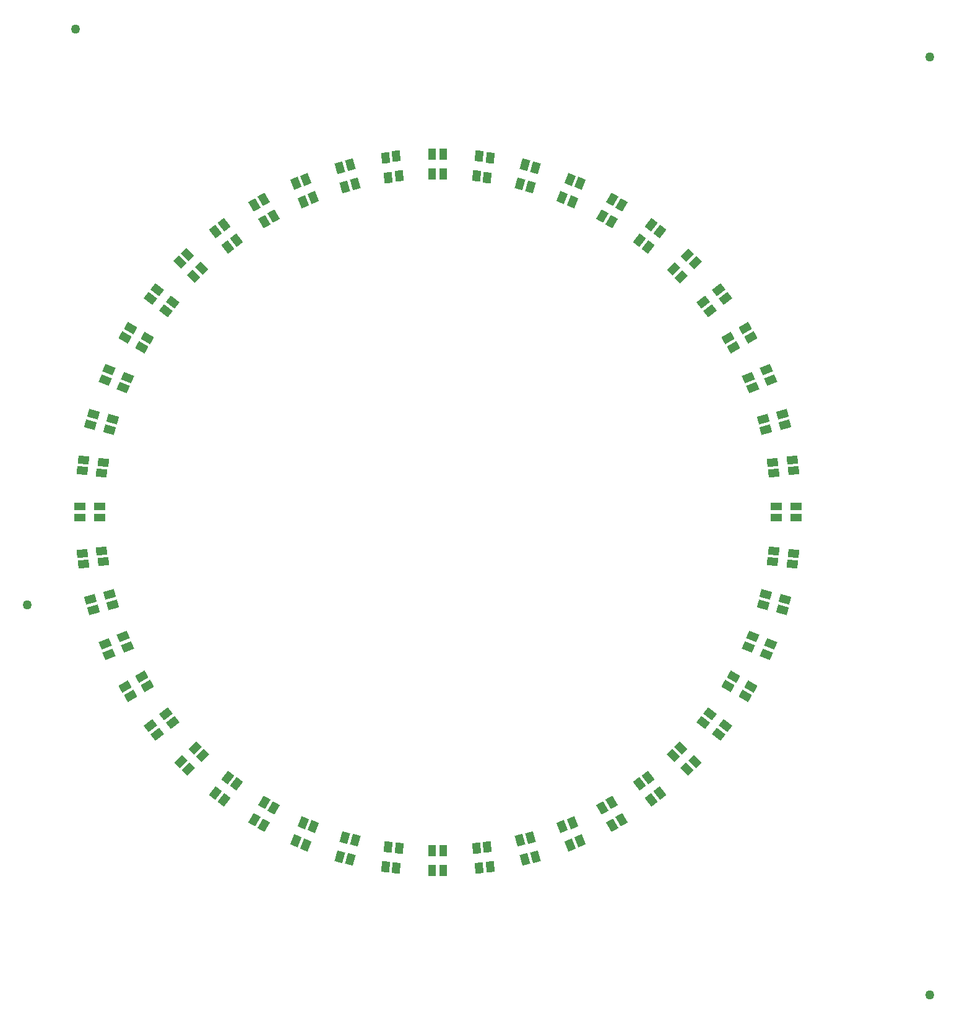
<source format=gbp>
%FSLAX23Y23*%
%MOIN*%
G70*
G01*
G75*
G04 Layer_Color=128*
%ADD10C,0.150*%
%ADD11R,0.050X0.055*%
%ADD12R,0.410X0.425*%
%ADD13R,0.085X0.036*%
%ADD14R,0.100X0.100*%
%ADD15R,0.041X0.010*%
%ADD16R,0.010X0.041*%
%ADD17R,0.118X0.118*%
%ADD18R,0.022X0.057*%
%ADD19R,0.022X0.057*%
%ADD20R,0.087X0.024*%
%ADD21R,0.087X0.024*%
%ADD22R,0.063X0.012*%
%ADD23R,0.012X0.063*%
%ADD24R,0.217X0.079*%
%ADD25R,0.037X0.035*%
%ADD26R,0.037X0.035*%
%ADD27R,0.012X0.063*%
%ADD28R,0.050X0.110*%
%ADD29R,0.102X0.094*%
%ADD30R,0.217X0.280*%
%ADD31R,0.039X0.063*%
%ADD32R,0.089X0.024*%
%ADD33R,0.035X0.049*%
%ADD34R,0.065X0.055*%
%ADD35R,0.024X0.087*%
%ADD36R,0.024X0.087*%
%ADD37R,0.100X0.100*%
%ADD38R,0.059X0.051*%
%ADD39R,0.110X0.115*%
%ADD40R,0.079X0.126*%
%ADD41R,0.079X0.126*%
%ADD42R,0.140X0.060*%
%ADD43R,0.330X0.420*%
%ADD44R,0.081X0.024*%
%ADD45R,0.049X0.035*%
%ADD46R,0.055X0.050*%
%ADD47R,0.055X0.065*%
%ADD48C,0.050*%
%ADD49R,0.160X0.080*%
%ADD50R,0.450X0.450*%
%ADD51C,0.035*%
%ADD52C,0.020*%
%ADD53C,0.010*%
%ADD54C,0.100*%
%ADD55C,0.075*%
%ADD56C,0.050*%
%ADD57C,0.025*%
%ADD58C,0.040*%
%ADD59C,0.030*%
%ADD60C,0.015*%
%ADD61C,0.070*%
%ADD62C,0.100*%
%ADD63C,0.065*%
%ADD64R,0.065X0.065*%
%ADD65C,0.150*%
%ADD66C,0.169*%
%ADD67C,0.390*%
%ADD68C,0.200*%
%ADD69C,0.150*%
%ADD70C,0.250*%
%ADD71C,0.125*%
%ADD72C,0.024*%
%ADD73C,0.025*%
%ADD74C,0.040*%
%ADD75C,0.008*%
%ADD76C,0.085*%
%ADD77C,0.102*%
%ADD78C,0.080*%
%ADD79C,0.131*%
%ADD80C,0.209*%
%ADD81C,0.430*%
%ADD82C,0.165*%
%ADD83C,0.290*%
%ADD84C,0.052*%
%ADD85C,0.055*%
%ADD86C,0.064*%
G04:AMPARAMS|DCode=87|XSize=43mil|YSize=59mil|CornerRadius=0mil|HoleSize=0mil|Usage=FLASHONLY|Rotation=240.000|XOffset=0mil|YOffset=0mil|HoleType=Round|Shape=Rectangle|*
%AMROTATEDRECTD87*
4,1,4,-0.015,0.034,0.036,0.004,0.015,-0.034,-0.036,-0.004,-0.015,0.034,0.0*
%
%ADD87ROTATEDRECTD87*%

G04:AMPARAMS|DCode=88|XSize=43mil|YSize=59mil|CornerRadius=0mil|HoleSize=0mil|Usage=FLASHONLY|Rotation=255.000|XOffset=0mil|YOffset=0mil|HoleType=Round|Shape=Rectangle|*
%AMROTATEDRECTD88*
4,1,4,-0.023,0.029,0.034,0.013,0.023,-0.029,-0.034,-0.013,-0.023,0.029,0.0*
%
%ADD88ROTATEDRECTD88*%

G04:AMPARAMS|DCode=89|XSize=43mil|YSize=59mil|CornerRadius=0mil|HoleSize=0mil|Usage=FLASHONLY|Rotation=210.000|XOffset=0mil|YOffset=0mil|HoleType=Round|Shape=Rectangle|*
%AMROTATEDRECTD89*
4,1,4,0.004,0.036,0.034,-0.015,-0.004,-0.036,-0.034,0.015,0.004,0.036,0.0*
%
%ADD89ROTATEDRECTD89*%

G04:AMPARAMS|DCode=90|XSize=43mil|YSize=59mil|CornerRadius=0mil|HoleSize=0mil|Usage=FLASHONLY|Rotation=225.000|XOffset=0mil|YOffset=0mil|HoleType=Round|Shape=Rectangle|*
%AMROTATEDRECTD90*
4,1,4,-0.006,0.036,0.036,-0.006,0.006,-0.036,-0.036,0.006,-0.006,0.036,0.0*
%
%ADD90ROTATEDRECTD90*%

%ADD91R,0.043X0.059*%
G04:AMPARAMS|DCode=92|XSize=43mil|YSize=59mil|CornerRadius=0mil|HoleSize=0mil|Usage=FLASHONLY|Rotation=195.000|XOffset=0mil|YOffset=0mil|HoleType=Round|Shape=Rectangle|*
%AMROTATEDRECTD92*
4,1,4,0.013,0.034,0.029,-0.023,-0.013,-0.034,-0.029,0.023,0.013,0.034,0.0*
%
%ADD92ROTATEDRECTD92*%

G04:AMPARAMS|DCode=93|XSize=43mil|YSize=59mil|CornerRadius=0mil|HoleSize=0mil|Usage=FLASHONLY|Rotation=150.000|XOffset=0mil|YOffset=0mil|HoleType=Round|Shape=Rectangle|*
%AMROTATEDRECTD93*
4,1,4,0.034,0.015,0.004,-0.036,-0.034,-0.015,-0.004,0.036,0.034,0.015,0.0*
%
%ADD93ROTATEDRECTD93*%

G04:AMPARAMS|DCode=94|XSize=43mil|YSize=59mil|CornerRadius=0mil|HoleSize=0mil|Usage=FLASHONLY|Rotation=165.000|XOffset=0mil|YOffset=0mil|HoleType=Round|Shape=Rectangle|*
%AMROTATEDRECTD94*
4,1,4,0.029,0.023,0.013,-0.034,-0.029,-0.023,-0.013,0.034,0.029,0.023,0.0*
%
%ADD94ROTATEDRECTD94*%

G04:AMPARAMS|DCode=95|XSize=43mil|YSize=59mil|CornerRadius=0mil|HoleSize=0mil|Usage=FLASHONLY|Rotation=120.000|XOffset=0mil|YOffset=0mil|HoleType=Round|Shape=Rectangle|*
%AMROTATEDRECTD95*
4,1,4,0.036,-0.004,-0.015,-0.034,-0.036,0.004,0.015,0.034,0.036,-0.004,0.0*
%
%ADD95ROTATEDRECTD95*%

G04:AMPARAMS|DCode=96|XSize=43mil|YSize=59mil|CornerRadius=0mil|HoleSize=0mil|Usage=FLASHONLY|Rotation=135.000|XOffset=0mil|YOffset=0mil|HoleType=Round|Shape=Rectangle|*
%AMROTATEDRECTD96*
4,1,4,0.036,0.006,-0.006,-0.036,-0.036,-0.006,0.006,0.036,0.036,0.006,0.0*
%
%ADD96ROTATEDRECTD96*%

%ADD97R,0.059X0.043*%
G04:AMPARAMS|DCode=98|XSize=43mil|YSize=59mil|CornerRadius=0mil|HoleSize=0mil|Usage=FLASHONLY|Rotation=105.000|XOffset=0mil|YOffset=0mil|HoleType=Round|Shape=Rectangle|*
%AMROTATEDRECTD98*
4,1,4,0.034,-0.013,-0.023,-0.029,-0.034,0.013,0.023,0.029,0.034,-0.013,0.0*
%
%ADD98ROTATEDRECTD98*%

G04:AMPARAMS|DCode=99|XSize=43mil|YSize=59mil|CornerRadius=0mil|HoleSize=0mil|Usage=FLASHONLY|Rotation=262.500|XOffset=0mil|YOffset=0mil|HoleType=Round|Shape=Rectangle|*
%AMROTATEDRECTD99*
4,1,4,-0.026,0.025,0.032,0.018,0.026,-0.025,-0.032,-0.018,-0.026,0.025,0.0*
%
%ADD99ROTATEDRECTD99*%

G04:AMPARAMS|DCode=100|XSize=43mil|YSize=59mil|CornerRadius=0mil|HoleSize=0mil|Usage=FLASHONLY|Rotation=247.500|XOffset=0mil|YOffset=0mil|HoleType=Round|Shape=Rectangle|*
%AMROTATEDRECTD100*
4,1,4,-0.019,0.031,0.036,0.009,0.019,-0.031,-0.036,-0.009,-0.019,0.031,0.0*
%
%ADD100ROTATEDRECTD100*%

G04:AMPARAMS|DCode=101|XSize=43mil|YSize=59mil|CornerRadius=0mil|HoleSize=0mil|Usage=FLASHONLY|Rotation=232.500|XOffset=0mil|YOffset=0mil|HoleType=Round|Shape=Rectangle|*
%AMROTATEDRECTD101*
4,1,4,-0.010,0.035,0.037,-0.001,0.010,-0.035,-0.037,0.001,-0.010,0.035,0.0*
%
%ADD101ROTATEDRECTD101*%

G04:AMPARAMS|DCode=102|XSize=43mil|YSize=59mil|CornerRadius=0mil|HoleSize=0mil|Usage=FLASHONLY|Rotation=217.500|XOffset=0mil|YOffset=0mil|HoleType=Round|Shape=Rectangle|*
%AMROTATEDRECTD102*
4,1,4,-0.001,0.037,0.035,-0.010,0.001,-0.037,-0.035,0.010,-0.001,0.037,0.0*
%
%ADD102ROTATEDRECTD102*%

G04:AMPARAMS|DCode=103|XSize=43mil|YSize=59mil|CornerRadius=0mil|HoleSize=0mil|Usage=FLASHONLY|Rotation=202.500|XOffset=0mil|YOffset=0mil|HoleType=Round|Shape=Rectangle|*
%AMROTATEDRECTD103*
4,1,4,0.009,0.036,0.031,-0.019,-0.009,-0.036,-0.031,0.019,0.009,0.036,0.0*
%
%ADD103ROTATEDRECTD103*%

G04:AMPARAMS|DCode=104|XSize=43mil|YSize=59mil|CornerRadius=0mil|HoleSize=0mil|Usage=FLASHONLY|Rotation=187.500|XOffset=0mil|YOffset=0mil|HoleType=Round|Shape=Rectangle|*
%AMROTATEDRECTD104*
4,1,4,0.018,0.032,0.025,-0.026,-0.018,-0.032,-0.025,0.026,0.018,0.032,0.0*
%
%ADD104ROTATEDRECTD104*%

G04:AMPARAMS|DCode=105|XSize=43mil|YSize=59mil|CornerRadius=0mil|HoleSize=0mil|Usage=FLASHONLY|Rotation=172.500|XOffset=0mil|YOffset=0mil|HoleType=Round|Shape=Rectangle|*
%AMROTATEDRECTD105*
4,1,4,0.025,0.026,0.018,-0.032,-0.025,-0.026,-0.018,0.032,0.025,0.026,0.0*
%
%ADD105ROTATEDRECTD105*%

G04:AMPARAMS|DCode=106|XSize=43mil|YSize=59mil|CornerRadius=0mil|HoleSize=0mil|Usage=FLASHONLY|Rotation=157.500|XOffset=0mil|YOffset=0mil|HoleType=Round|Shape=Rectangle|*
%AMROTATEDRECTD106*
4,1,4,0.031,0.019,0.009,-0.036,-0.031,-0.019,-0.009,0.036,0.031,0.019,0.0*
%
%ADD106ROTATEDRECTD106*%

G04:AMPARAMS|DCode=107|XSize=43mil|YSize=59mil|CornerRadius=0mil|HoleSize=0mil|Usage=FLASHONLY|Rotation=142.500|XOffset=0mil|YOffset=0mil|HoleType=Round|Shape=Rectangle|*
%AMROTATEDRECTD107*
4,1,4,0.035,0.010,-0.001,-0.037,-0.035,-0.010,0.001,0.037,0.035,0.010,0.0*
%
%ADD107ROTATEDRECTD107*%

G04:AMPARAMS|DCode=108|XSize=43mil|YSize=59mil|CornerRadius=0mil|HoleSize=0mil|Usage=FLASHONLY|Rotation=127.500|XOffset=0mil|YOffset=0mil|HoleType=Round|Shape=Rectangle|*
%AMROTATEDRECTD108*
4,1,4,0.037,0.001,-0.010,-0.035,-0.037,-0.001,0.010,0.035,0.037,0.001,0.0*
%
%ADD108ROTATEDRECTD108*%

G04:AMPARAMS|DCode=109|XSize=43mil|YSize=59mil|CornerRadius=0mil|HoleSize=0mil|Usage=FLASHONLY|Rotation=112.500|XOffset=0mil|YOffset=0mil|HoleType=Round|Shape=Rectangle|*
%AMROTATEDRECTD109*
4,1,4,0.036,-0.009,-0.019,-0.031,-0.036,0.009,0.019,0.031,0.036,-0.009,0.0*
%
%ADD109ROTATEDRECTD109*%

G04:AMPARAMS|DCode=110|XSize=43mil|YSize=59mil|CornerRadius=0mil|HoleSize=0mil|Usage=FLASHONLY|Rotation=97.500|XOffset=0mil|YOffset=0mil|HoleType=Round|Shape=Rectangle|*
%AMROTATEDRECTD110*
4,1,4,0.032,-0.018,-0.026,-0.025,-0.032,0.018,0.026,0.025,0.032,-0.018,0.0*
%
%ADD110ROTATEDRECTD110*%

%ADD111C,0.010*%
%ADD112C,0.004*%
%ADD113C,0.008*%
%ADD114C,0.005*%
%ADD115C,0.002*%
%ADD116C,0.002*%
%ADD117C,0.008*%
%ADD118C,0.006*%
%ADD119R,0.058X0.063*%
%ADD120R,0.418X0.433*%
%ADD121R,0.093X0.044*%
%ADD122R,0.108X0.108*%
%ADD123R,0.049X0.018*%
%ADD124R,0.018X0.049*%
%ADD125R,0.126X0.126*%
%ADD126R,0.030X0.065*%
%ADD127R,0.030X0.065*%
%ADD128R,0.095X0.032*%
%ADD129R,0.095X0.032*%
%ADD130R,0.071X0.020*%
%ADD131R,0.020X0.071*%
%ADD132R,0.225X0.087*%
%ADD133R,0.045X0.043*%
%ADD134R,0.045X0.043*%
%ADD135R,0.020X0.071*%
%ADD136R,0.058X0.118*%
%ADD137R,0.110X0.102*%
%ADD138R,0.225X0.288*%
%ADD139R,0.047X0.071*%
%ADD140R,0.097X0.032*%
%ADD141R,0.043X0.057*%
%ADD142R,0.073X0.063*%
%ADD143R,0.032X0.095*%
%ADD144R,0.032X0.095*%
%ADD145R,0.108X0.108*%
%ADD146R,0.067X0.059*%
%ADD147R,0.118X0.123*%
%ADD148R,0.087X0.134*%
%ADD149R,0.087X0.134*%
%ADD150R,0.148X0.068*%
%ADD151R,0.338X0.428*%
%ADD152R,0.089X0.032*%
%ADD153R,0.057X0.043*%
%ADD154R,0.063X0.058*%
%ADD155R,0.063X0.073*%
%ADD156C,0.090*%
%ADD157R,0.168X0.088*%
%ADD158R,0.458X0.458*%
%ADD159C,0.078*%
%ADD160C,0.108*%
%ADD161C,0.073*%
%ADD162R,0.073X0.073*%
%ADD163C,0.158*%
%ADD164C,0.177*%
%ADD165C,0.398*%
%ADD166C,0.208*%
%ADD167C,0.258*%
%ADD168C,0.133*%
D48*
X-2260Y-500D02*
D03*
X-2000Y2600D02*
D03*
X2600Y2450D02*
D03*
Y-2600D02*
D03*
D87*
X1635Y-938D02*
D03*
X1605Y-989D02*
D03*
X1513Y-936D02*
D03*
X1543Y-885D02*
D03*
X-1735Y939D02*
D03*
X-1705Y990D02*
D03*
X-1613Y937D02*
D03*
X-1643Y886D02*
D03*
D88*
X1717Y-443D02*
D03*
X1702Y-500D02*
D03*
X1805Y-527D02*
D03*
X1820Y-470D02*
D03*
X-1817Y443D02*
D03*
X-1802Y500D02*
D03*
X-1905Y527D02*
D03*
X-1920Y470D02*
D03*
D89*
X940Y-1655D02*
D03*
X889Y-1685D02*
D03*
X836Y-1593D02*
D03*
X887Y-1563D02*
D03*
X-1039Y1655D02*
D03*
X-988Y1685D02*
D03*
X-935Y1593D02*
D03*
X-986Y1563D02*
D03*
D90*
X1259Y-1268D02*
D03*
X1218Y-1309D02*
D03*
X1293Y-1384D02*
D03*
X1334Y-1343D02*
D03*
X-1363Y1272D02*
D03*
X-1322Y1313D02*
D03*
X-1397Y1388D02*
D03*
X-1438Y1347D02*
D03*
D91*
X-20Y-1928D02*
D03*
X-80D02*
D03*
Y-1822D02*
D03*
X-20D02*
D03*
X-80Y1928D02*
D03*
X-20D02*
D03*
Y1822D02*
D03*
X-80D02*
D03*
D92*
X450Y-1752D02*
D03*
X393Y-1767D02*
D03*
X420Y-1870D02*
D03*
X477Y-1855D02*
D03*
X-550Y1752D02*
D03*
X-493Y1767D02*
D03*
X-520Y1870D02*
D03*
X-577Y1855D02*
D03*
D93*
X-988Y-1685D02*
D03*
X-1039Y-1655D02*
D03*
X-986Y-1563D02*
D03*
X-935Y-1593D02*
D03*
X889Y1685D02*
D03*
X940Y1655D02*
D03*
X887Y1563D02*
D03*
X836Y1593D02*
D03*
D94*
X-493Y-1767D02*
D03*
X-550Y-1752D02*
D03*
X-577Y-1855D02*
D03*
X-520Y-1870D02*
D03*
X393Y1767D02*
D03*
X450Y1752D02*
D03*
X477Y1855D02*
D03*
X420Y1870D02*
D03*
D95*
X-1705Y-989D02*
D03*
X-1735Y-938D02*
D03*
X-1643Y-885D02*
D03*
X-1613Y-936D02*
D03*
X1605Y990D02*
D03*
X1635Y939D02*
D03*
X1543Y886D02*
D03*
X1513Y937D02*
D03*
D96*
X-1318Y-1309D02*
D03*
X-1359Y-1268D02*
D03*
X-1434Y-1343D02*
D03*
X-1393Y-1384D02*
D03*
X1218Y1309D02*
D03*
X1259Y1268D02*
D03*
X1334Y1343D02*
D03*
X1293Y1384D02*
D03*
D97*
X-1978Y-30D02*
D03*
Y30D02*
D03*
X-1872D02*
D03*
Y-30D02*
D03*
X1878Y30D02*
D03*
Y-30D02*
D03*
X1772D02*
D03*
Y30D02*
D03*
D98*
X-1802Y-500D02*
D03*
X-1817Y-443D02*
D03*
X-1920Y-470D02*
D03*
X-1905Y-527D02*
D03*
X1702Y500D02*
D03*
X1717Y443D02*
D03*
X1820Y470D02*
D03*
X1805Y527D02*
D03*
D99*
X1866Y-223D02*
D03*
X1858Y-281D02*
D03*
X1752Y-267D02*
D03*
X1760Y-209D02*
D03*
X-1966Y223D02*
D03*
X-1958Y281D02*
D03*
X-1852Y267D02*
D03*
X-1860Y209D02*
D03*
D100*
X1644Y-670D02*
D03*
X1622Y-725D02*
D03*
X1720Y-766D02*
D03*
X1742Y-711D02*
D03*
X-1744Y670D02*
D03*
X-1722Y725D02*
D03*
X-1820Y766D02*
D03*
X-1842Y711D02*
D03*
D101*
X1498Y-1150D02*
D03*
X1462Y-1197D02*
D03*
X1378Y-1132D02*
D03*
X1414Y-1085D02*
D03*
X-1598Y1150D02*
D03*
X-1562Y1197D02*
D03*
X-1478Y1132D02*
D03*
X-1514Y1085D02*
D03*
D102*
X1082Y-1428D02*
D03*
X1035Y-1464D02*
D03*
X1100Y-1548D02*
D03*
X1147Y-1512D02*
D03*
X-1182Y1428D02*
D03*
X-1135Y1464D02*
D03*
X-1200Y1548D02*
D03*
X-1247Y1512D02*
D03*
D103*
X716Y-1770D02*
D03*
X661Y-1792D02*
D03*
X620Y-1694D02*
D03*
X675Y-1672D02*
D03*
X-816Y1770D02*
D03*
X-761Y1792D02*
D03*
X-720Y1694D02*
D03*
X-775Y1672D02*
D03*
D104*
X217Y-1802D02*
D03*
X159Y-1810D02*
D03*
X173Y-1916D02*
D03*
X231Y-1908D02*
D03*
X-317Y1802D02*
D03*
X-259Y1810D02*
D03*
X-273Y1916D02*
D03*
X-331Y1908D02*
D03*
D105*
X-273Y-1916D02*
D03*
X-331Y-1908D02*
D03*
X-317Y-1802D02*
D03*
X-259Y-1810D02*
D03*
X173Y1916D02*
D03*
X231Y1908D02*
D03*
X217Y1802D02*
D03*
X159Y1810D02*
D03*
D106*
X-720Y-1694D02*
D03*
X-775Y-1672D02*
D03*
X-816Y-1770D02*
D03*
X-761Y-1792D02*
D03*
X620Y1694D02*
D03*
X675Y1672D02*
D03*
X716Y1770D02*
D03*
X661Y1792D02*
D03*
D107*
X-1200Y-1548D02*
D03*
X-1247Y-1512D02*
D03*
X-1182Y-1428D02*
D03*
X-1135Y-1464D02*
D03*
X1100Y1548D02*
D03*
X1147Y1512D02*
D03*
X1082Y1428D02*
D03*
X1035Y1464D02*
D03*
D108*
X-1478Y-1132D02*
D03*
X-1514Y-1085D02*
D03*
X-1598Y-1150D02*
D03*
X-1562Y-1197D02*
D03*
X1378Y1132D02*
D03*
X1414Y1085D02*
D03*
X1498Y1150D02*
D03*
X1462Y1197D02*
D03*
D109*
X-1820Y-766D02*
D03*
X-1842Y-711D02*
D03*
X-1744Y-670D02*
D03*
X-1722Y-725D02*
D03*
X1720Y766D02*
D03*
X1742Y711D02*
D03*
X1644Y670D02*
D03*
X1622Y725D02*
D03*
D110*
X-1852Y-267D02*
D03*
X-1860Y-209D02*
D03*
X-1966Y-223D02*
D03*
X-1958Y-281D02*
D03*
X1858Y281D02*
D03*
X1866Y223D02*
D03*
X1760Y209D02*
D03*
X1752Y267D02*
D03*
M02*

</source>
